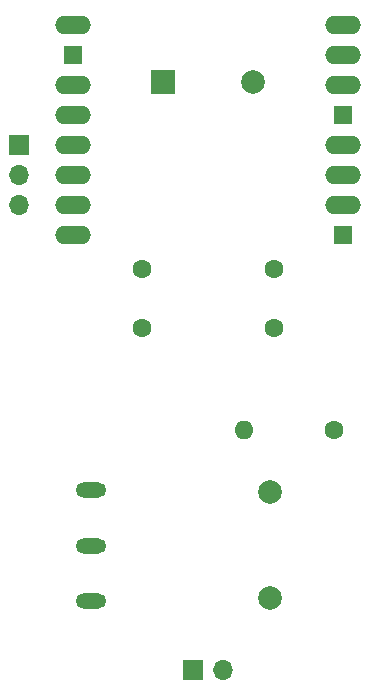
<source format=gbr>
%TF.GenerationSoftware,KiCad,Pcbnew,9.0.0*%
%TF.CreationDate,2025-08-24T16:33:36-07:00*%
%TF.ProjectId,sstv_backpack,73737476-5f62-4616-936b-7061636b2e6b,1.0*%
%TF.SameCoordinates,Original*%
%TF.FileFunction,Soldermask,Bot*%
%TF.FilePolarity,Negative*%
%FSLAX46Y46*%
G04 Gerber Fmt 4.6, Leading zero omitted, Abs format (unit mm)*
G04 Created by KiCad (PCBNEW 9.0.0) date 2025-08-24 16:33:36*
%MOMM*%
%LPD*%
G01*
G04 APERTURE LIST*
%ADD10C,1.600000*%
%ADD11O,1.600000X1.600000*%
%ADD12C,2.000000*%
%ADD13R,2.000000X2.000000*%
%ADD14O,2.600000X1.300000*%
%ADD15R,1.524000X1.524000*%
%ADD16O,3.048000X1.524000*%
%ADD17O,1.700000X1.700000*%
%ADD18R,1.700000X1.700000*%
G04 APERTURE END LIST*
D10*
%TO.C,C1*%
X153162000Y-90464000D03*
X153162000Y-95464000D03*
%TD*%
D11*
%TO.C,R1*%
X161798000Y-104140000D03*
D10*
X169418000Y-104140000D03*
%TD*%
D12*
%TO.C,BZ1*%
X162560000Y-74676000D03*
D13*
X154960000Y-74676000D03*
%TD*%
D10*
%TO.C,C2*%
X164338000Y-90464000D03*
X164338000Y-95464000D03*
%TD*%
D14*
%TO.C,SW2*%
X148844000Y-118620000D03*
X148844000Y-113920000D03*
X148844000Y-109220000D03*
%TD*%
D15*
%TO.C,U1*%
X170180000Y-77470000D03*
X147320000Y-72390000D03*
X170180000Y-87630000D03*
D16*
X147320000Y-69850000D03*
X147320000Y-87630000D03*
X147320000Y-85090000D03*
X147320000Y-82550000D03*
X147320000Y-80010000D03*
X147320000Y-77470000D03*
X147320000Y-74930000D03*
X170180000Y-69850000D03*
X170180000Y-72390000D03*
X170180000Y-74930000D03*
X170180000Y-80010000D03*
X170180000Y-82550000D03*
X170180000Y-85090000D03*
%TD*%
D12*
%TO.C,SW1*%
X164046000Y-109332000D03*
X164046000Y-118332000D03*
%TD*%
D17*
%TO.C,J1*%
X142748000Y-85090000D03*
X142748000Y-82550000D03*
D18*
X142748000Y-80010000D03*
%TD*%
D17*
%TO.C,BAT IN*%
X160020000Y-124460000D03*
D18*
X157480000Y-124460000D03*
%TD*%
M02*

</source>
